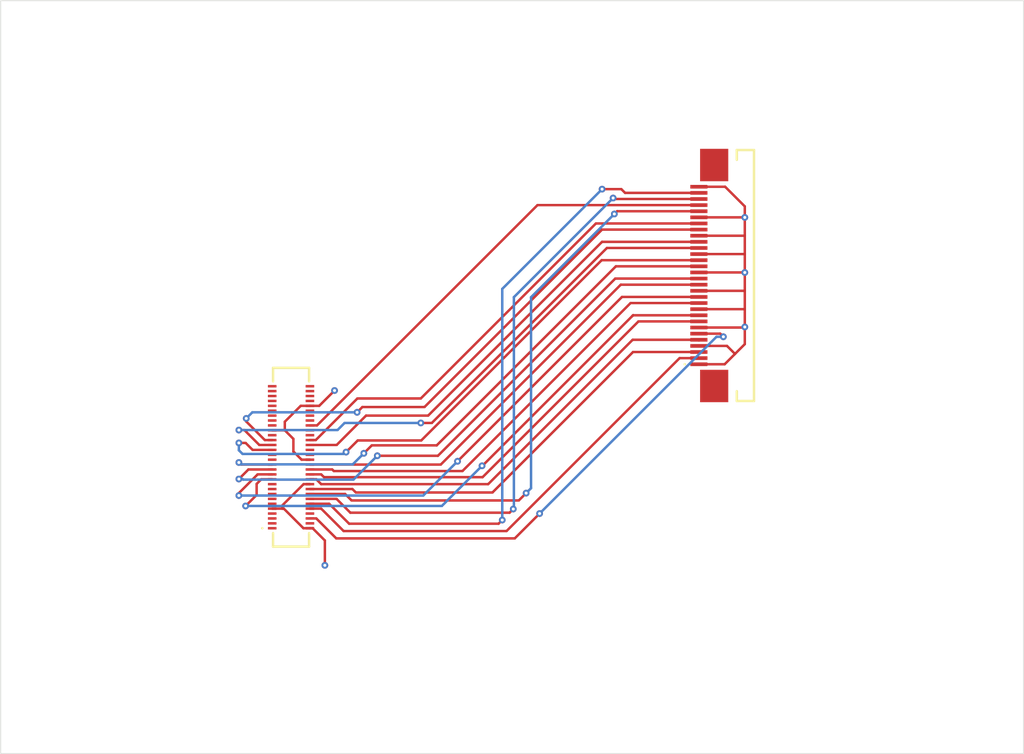
<source format=kicad_pcb>
(kicad_pcb (version 20241229) (generator "pcbnew") (generator_version "9.0")
  (layers (0 "F.Cu" signal) (4 "In1.Cu" signal) (6 "In2.Cu" signal) (2 "B.Cu" signal) (13 "F.Paste" user) (15 "B.Paste" user) (5 "F.SilkS" user "F.Silkscreen") (7 "B.SilkS" user "B.Silkscreen") (1 "F.Mask" user) (3 "B.Mask" user) (25 "Edge.Cuts" user))
  (net 0 "")
  (net 1 "/~{Hed_Read_enable}")
  (net 2 "GND")
  (net 3 "/hed_DSP_Q9")
  (net 4 "/Hed_DSP_Q3")
  (net 11 "/Hed_DSP_Q7")
  (net 12 "/Hed_DSP_Q2")
  (net 15 "/hed_~{Half_full_flag}_Output")
  (net 18 "/Hed_DSP_Q11")
  (net 23 "/hed_~{Reset}")
  (net 27 "/Hed_OUTPUT_ENABLE")
  (net 31 "/Hed_Read_CLK")
  (net 32 "/hed_DSP_Q10")
  (net 33 "/hed_DSP_Q6")
  (net 37 "/hed_DSP_Q12")
  (net 38 "/Hed_DSP_Q4")
  (net 39 "/~{Hed_Empty_flag}_Output")
  (net 42 "/Hed_DSP_Q5")
  (net 43 "/Hed_DSP_Q8")
  (net 46 "/hed_~{Write_enable}")
  (net 47 "/Hed_DSP_Q0")
  (net 51 "/Hed_DSP_Q1")
  (footprint "DF40C2060DS04V51:DF40C2060DS04V51" (layer "F.Cu") (at 120.11 114.17 -90)
    (property "Reference" "J2" (hide yes))
    (property "Value" "DF40C_2.0_-60DS-0.4V_51_" (hide yes))
    (fp_line (start 5.8 2.4) (end 5.8 2.4) (stroke (width 0.1)) (layer "F.SilkS"))
    (fp_line (start 5.8 2.3) (end 5.8 2.3) (stroke (width 0.1)) (layer "F.SilkS"))
    (fp_line (start -7.3 1.47) (end -6.2 1.47) (stroke (width 0.2)) (layer "F.SilkS"))
    (fp_line (start 7.3 1.47) (end 6.2 1.47) (stroke (width 0.2)) (layer "F.SilkS"))
    (fp_line (start -7.3 -1.47) (end -7.3 1.47) (stroke (width 0.2)) (layer "F.SilkS"))
    (fp_line (start -6.2 -1.47) (end -7.3 -1.47) (stroke (width 0.2)) (layer "F.SilkS"))
    (fp_line (start 6.2 -1.47) (end 7.3 -1.47) (stroke (width 0.2)) (layer "F.SilkS"))
    (fp_line (start 7.3 -1.47) (end 7.3 1.47) (stroke (width 0.2)) (layer "F.SilkS"))
    (fp_arc (start 5.8 2.4) (mid 5.75 2.35) (end 5.8 2.3) (stroke (width 0.1)) (layer "F.SilkS"))
    (fp_arc (start 5.8 2.3) (mid 5.85 2.35) (end 5.8 2.4) (stroke (width 0.1)) (layer "F.SilkS"))
    (pad "1" smd rect (at 5.8 1.54 270) (size 0.2 0.7) (layers "F.Cu" "F.Mask" "F.Paste"))
    (pad "2" smd rect (at 5.8 -1.54 270) (size 0.2 0.7) (layers "F.Cu" "F.Mask" "F.Paste") (net 2 "GND"))
    (pad "3" smd rect (at 5.4 1.54 270) (size 0.2 0.7) (layers "F.Cu" "F.Mask" "F.Paste"))
    (pad "4" smd rect (at 5.4 -1.54 270) (size 0.2 0.7) (layers "F.Cu" "F.Mask" "F.Paste"))
    (pad "5" smd rect (at 5 1.54 270) (size 0.2 0.7) (layers "F.Cu" "F.Mask" "F.Paste"))
    (pad "6" smd rect (at 5 -1.54 270) (size 0.2 0.7) (layers "F.Cu" "F.Mask" "F.Paste") (net 23 "/hed_~{Reset}"))
    (pad "7" smd rect (at 4.6 1.54 270) (size 0.2 0.7) (layers "F.Cu" "F.Mask" "F.Paste"))
    (pad "8" smd rect (at 4.6 -1.54 270) (size 0.2 0.7) (layers "F.Cu" "F.Mask" "F.Paste"))
    (pad "9" smd rect (at 4.2 1.54 270) (size 0.2 0.7) (layers "F.Cu" "F.Mask" "F.Paste") (net 2 "GND"))
    (pad "10" smd rect (at 4.2 -1.54 270) (size 0.2 0.7) (layers "F.Cu" "F.Mask" "F.Paste") (net 15 "/hed_~{Half_full_flag}_Output"))
    (pad "11" smd rect (at 3.8 1.54 270) (size 0.2 0.7) (layers "F.Cu" "F.Mask" "F.Paste"))
    (pad "12" smd rect (at 3.8 -1.54 270) (size 0.2 0.7) (layers "F.Cu" "F.Mask" "F.Paste") (net 27 "/Hed_OUTPUT_ENABLE"))
    (pad "13" smd rect (at 3.4 1.54 270) (size 0.2 0.7) (layers "F.Cu" "F.Mask" "F.Paste"))
    (pad "14" smd rect (at 3.4 -1.54 270) (size 0.2 0.7) (layers "F.Cu" "F.Mask" "F.Paste") (net 46 "/hed_~{Write_enable}"))
    (pad "15" smd rect (at 3 1.54 270) (size 0.2 0.7) (layers "F.Cu" "F.Mask" "F.Paste"))
    (pad "16" smd rect (at 3 -1.54 270) (size 0.2 0.7) (layers "F.Cu" "F.Mask" "F.Paste") (net 1 "/~{Hed_Read_enable}"))
    (pad "17" smd rect (at 2.6 1.54 270) (size 0.2 0.7) (layers "F.Cu" "F.Mask" "F.Paste"))
    (pad "18" smd rect (at 2.6 -1.54 270) (size 0.2 0.7) (layers "F.Cu" "F.Mask" "F.Paste") (net 39 "/~{Hed_Empty_flag}_Output"))
    (pad "19" smd rect (at 2.2 1.54 270) (size 0.2 0.7) (layers "F.Cu" "F.Mask" "F.Paste"))
    (pad "20" smd rect (at 2.2 -1.54 270) (size 0.2 0.7) (layers "F.Cu" "F.Mask" "F.Paste") (net 2 "GND"))
    (pad "21" smd rect (at 1.8 1.54 270) (size 0.2 0.7) (layers "F.Cu" "F.Mask" "F.Paste") (net 51 "/Hed_DSP_Q1"))
    (pad "22" smd rect (at 1.8 -1.54 270) (size 0.2 0.7) (layers "F.Cu" "F.Mask" "F.Paste") (net 47 "/Hed_DSP_Q0"))
    (pad "23" smd rect (at 1.4 1.54 270) (size 0.2 0.7) (layers "F.Cu" "F.Mask" "F.Paste") (net 4 "/Hed_DSP_Q3"))
    (pad "24" smd rect (at 1.4 -1.54 270) (size 0.2 0.7) (layers "F.Cu" "F.Mask" "F.Paste") (net 12 "/Hed_DSP_Q2"))
    (pad "25" smd rect (at 1 1.54 270) (size 0.2 0.7) (layers "F.Cu" "F.Mask" "F.Paste") (net 42 "/Hed_DSP_Q5"))
    (pad "26" smd rect (at 1 -1.54 270) (size 0.2 0.7) (layers "F.Cu" "F.Mask" "F.Paste") (net 38 "/Hed_DSP_Q4"))
    (pad "27" smd rect (at 0.6 1.54 270) (size 0.2 0.7) (layers "F.Cu" "F.Mask" "F.Paste") (net 11 "/Hed_DSP_Q7"))
    (pad "28" smd rect (at 0.6 -1.54 270) (size 0.2 0.7) (layers "F.Cu" "F.Mask" "F.Paste") (net 33 "/hed_DSP_Q6"))
    (pad "29" smd rect (at 0.2 1.54 270) (size 0.2 0.7) (layers "F.Cu" "F.Mask" "F.Paste"))
    (pad "30" smd rect (at 0.2 -1.54 270) (size 0.2 0.7) (layers "F.Cu" "F.Mask" "F.Paste") (net 2 "GND"))
    (pad "31" smd rect (at -0.2 1.54 270) (size 0.2 0.7) (layers "F.Cu" "F.Mask" "F.Paste"))
    (pad "32" smd rect (at -0.2 -1.54 270) (size 0.2 0.7) (layers "F.Cu" "F.Mask" "F.Paste"))
    (pad "33" smd rect (at -0.6 1.54 270) (size 0.2 0.7) (layers "F.Cu" "F.Mask" "F.Paste") (net 43 "/Hed_DSP_Q8"))
    (pad "34" smd rect (at -0.6 -1.54 270) (size 0.2 0.7) (layers "F.Cu" "F.Mask" "F.Paste"))
    (pad "35" smd rect (at -1 1.54 270) (size 0.2 0.7) (layers "F.Cu" "F.Mask" "F.Paste") (net 32 "/hed_DSP_Q10"))
    (pad "36" smd rect (at -1 -1.54 270) (size 0.2 0.7) (layers "F.Cu" "F.Mask" "F.Paste") (net 3 "/hed_DSP_Q9"))
    (pad "37" smd rect (at -1.4 1.54 270) (size 0.2 0.7) (layers "F.Cu" "F.Mask" "F.Paste") (net 37 "/hed_DSP_Q12"))
    (pad "38" smd rect (at -1.4 -1.54 270) (size 0.2 0.7) (layers "F.Cu" "F.Mask" "F.Paste") (net 18 "/Hed_DSP_Q11"))
    (pad "39" smd rect (at -1.8 1.54 270) (size 0.2 0.7) (layers "F.Cu" "F.Mask" "F.Paste"))
    (pad "40" smd rect (at -1.8 -1.54 270) (size 0.2 0.7) (layers "F.Cu" "F.Mask" "F.Paste"))
    (pad "41" smd rect (at -2.2 1.54 270) (size 0.2 0.7) (layers "F.Cu" "F.Mask" "F.Paste") (net 2 "GND"))
    (pad "42" smd rect (at -2.2 -1.54 270) (size 0.2 0.7) (layers "F.Cu" "F.Mask" "F.Paste"))
    (pad "43" smd rect (at -2.6 1.54 270) (size 0.2 0.7) (layers "F.Cu" "F.Mask" "F.Paste"))
    (pad "44" smd rect (at -2.6 -1.54 270) (size 0.2 0.7) (layers "F.Cu" "F.Mask" "F.Paste") (net 31 "/Hed_Read_CLK"))
    (pad "45" smd rect (at -3 1.54 270) (size 0.2 0.7) (layers "F.Cu" "F.Mask" "F.Paste"))
    (pad "46" smd rect (at -3 -1.54 270) (size 0.2 0.7) (layers "F.Cu" "F.Mask" "F.Paste"))
    (pad "47" smd rect (at -3.4 1.54 270) (size 0.2 0.7) (layers "F.Cu" "F.Mask" "F.Paste"))
    (pad "48" smd rect (at -3.4 -1.54 270) (size 0.2 0.7) (layers "F.Cu" "F.Mask" "F.Paste"))
    (pad "49" smd rect (at -3.8 1.54 270) (size 0.2 0.7) (layers "F.Cu" "F.Mask" "F.Paste"))
    (pad "50" smd rect (at -3.8 -1.54 270) (size 0.2 0.7) (layers "F.Cu" "F.Mask" "F.Paste"))
    (pad "51" smd rect (at -4.2 1.54 270) (size 0.2 0.7) (layers "F.Cu" "F.Mask" "F.Paste"))
    (pad "52" smd rect (at -4.2 -1.54 270) (size 0.2 0.7) (layers "F.Cu" "F.Mask" "F.Paste") (net 2 "GND"))
    (pad "53" smd rect (at -4.6 1.54 270) (size 0.2 0.7) (layers "F.Cu" "F.Mask" "F.Paste"))
    (pad "54" smd rect (at -4.6 -1.54 270) (size 0.2 0.7) (layers "F.Cu" "F.Mask" "F.Paste"))
    (pad "55" smd rect (at -5 1.54 270) (size 0.2 0.7) (layers "F.Cu" "F.Mask" "F.Paste"))
    (pad "56" smd rect (at -5 -1.54 270) (size 0.2 0.7) (layers "F.Cu" "F.Mask" "F.Paste"))
    (pad "57" smd rect (at -5.4 1.54 270) (size 0.2 0.7) (layers "F.Cu" "F.Mask" "F.Paste"))
    (pad "58" smd rect (at -5.4 -1.54 270) (size 0.2 0.7) (layers "F.Cu" "F.Mask" "F.Paste"))
    (pad "59" smd rect (at -5.8 1.54 270) (size 0.2 0.7) (layers "F.Cu" "F.Mask" "F.Paste"))
    (pad "60" smd rect (at -5.8 -1.54 270) (size 0.2 0.7) (layers "F.Cu" "F.Mask" "F.Paste"))
  )
  (footprint "SFV30R1STE1HLF:SFV30R1STE1HLF" (layer "F.Cu") (at 155.3 99.325 90)
    (property "Reference" "J1" (hide yes))
    (property "Value" "SFV30R-1STE1HLF" (hide yes))
    (fp_line (start -7.25 -3.1) (end -7.25 -3.1) (stroke (width 0.1)) (layer "F.SilkS"))
    (fp_line (start -7.25 -3) (end -7.25 -3) (stroke (width 0.1)) (layer "F.SilkS"))
    (fp_line (start 10.25 1.2) (end 9.45 1.2) (stroke (width 0.2)) (layer "F.SilkS"))
    (fp_line (start -9.45 1.2) (end -10.25 1.2) (stroke (width 0.2)) (layer "F.SilkS"))
    (fp_line (start -10.25 1.2) (end -10.25 2.6) (stroke (width 0.2)) (layer "F.SilkS"))
    (fp_line (start 10.25 2.6) (end 10.25 1.2) (stroke (width 0.2)) (layer "F.SilkS"))
    (fp_line (start -10.25 2.6) (end 10.25 2.6) (stroke (width 0.2)) (layer "F.SilkS"))
    (fp_arc (start -7.25 -3.1) (mid -7.2 -3.05) (end -7.25 -3) (stroke (width 0.1)) (layer "F.SilkS"))
    (fp_arc (start -7.25 -3) (mid -7.3 -3.05) (end -7.25 -3.1) (stroke (width 0.1)) (layer "F.SilkS"))
    (pad "1" smd rect (at -7.25 -1.9 90) (size 0.3 1.4) (layers "F.Cu" "F.Mask" "F.Paste") (net 2 "GND"))
    (pad "2" smd rect (at -6.75 -1.9 90) (size 0.3 1.4) (layers "F.Cu" "F.Mask" "F.Paste") (net 15 "/hed_~{Half_full_flag}_Output"))
    (pad "3" smd rect (at -6.25 -1.9 90) (size 0.3 1.4) (layers "F.Cu" "F.Mask" "F.Paste") (net 39 "/~{Hed_Empty_flag}_Output"))
    (pad "4" smd rect (at -5.75 -1.9 90) (size 0.3 1.4) (layers "F.Cu" "F.Mask" "F.Paste") (net 2 "GND"))
    (pad "5" smd rect (at -5.25 -1.9 90) (size 0.3 1.4) (layers "F.Cu" "F.Mask" "F.Paste") (net 47 "/Hed_DSP_Q0"))
    (pad "6" smd rect (at -4.75 -1.9 90) (size 0.3 1.4) (layers "F.Cu" "F.Mask" "F.Paste") (net 23 "/hed_~{Reset}"))
    (pad "7" smd rect (at -4.25 -1.9 90) (size 0.3 1.4) (layers "F.Cu" "F.Mask" "F.Paste") (net 2 "GND"))
    (pad "8" smd rect (at -3.75 -1.9 90) (size 0.3 1.4) (layers "F.Cu" "F.Mask" "F.Paste") (net 12 "/Hed_DSP_Q2"))
    (pad "9" smd rect (at -3.25 -1.9 90) (size 0.3 1.4) (layers "F.Cu" "F.Mask" "F.Paste") (net 51 "/Hed_DSP_Q1"))
    (pad "10" smd rect (at -2.75 -1.9 90) (size 0.3 1.4) (layers "F.Cu" "F.Mask" "F.Paste") (net 2 "GND"))
    (pad "11" smd rect (at -2.25 -1.9 90) (size 0.3 1.4) (layers "F.Cu" "F.Mask" "F.Paste") (net 38 "/Hed_DSP_Q4"))
    (pad "12" smd rect (at -1.75 -1.9 90) (size 0.3 1.4) (layers "F.Cu" "F.Mask" "F.Paste") (net 4 "/Hed_DSP_Q3"))
    (pad "13" smd rect (at -1.25 -1.9 90) (size 0.3 1.4) (layers "F.Cu" "F.Mask" "F.Paste") (net 2 "GND"))
    (pad "14" smd rect (at -0.75 -1.9 90) (size 0.3 1.4) (layers "F.Cu" "F.Mask" "F.Paste") (net 33 "/hed_DSP_Q6"))
    (pad "15" smd rect (at -0.25 -1.9 90) (size 0.3 1.4) (layers "F.Cu" "F.Mask" "F.Paste") (net 42 "/Hed_DSP_Q5"))
    (pad "16" smd rect (at 0.25 -1.9 90) (size 0.3 1.4) (layers "F.Cu" "F.Mask" "F.Paste") (net 2 "GND"))
    (pad "17" smd rect (at 0.75 -1.9 90) (size 0.3 1.4) (layers "F.Cu" "F.Mask" "F.Paste") (net 11 "/Hed_DSP_Q7"))
    (pad "18" smd rect (at 1.25 -1.9 90) (size 0.3 1.4) (layers "F.Cu" "F.Mask" "F.Paste") (net 43 "/Hed_DSP_Q8"))
    (pad "19" smd rect (at 1.75 -1.9 90) (size 0.3 1.4) (layers "F.Cu" "F.Mask" "F.Paste") (net 2 "GND"))
    (pad "20" smd rect (at 2.25 -1.9 90) (size 0.3 1.4) (layers "F.Cu" "F.Mask" "F.Paste") (net 32 "/hed_DSP_Q10"))
    (pad "21" smd rect (at 2.75 -1.9 90) (size 0.3 1.4) (layers "F.Cu" "F.Mask" "F.Paste") (net 3 "/hed_DSP_Q9"))
    (pad "22" smd rect (at 3.25 -1.9 90) (size 0.3 1.4) (layers "F.Cu" "F.Mask" "F.Paste") (net 2 "GND"))
    (pad "23" smd rect (at 3.75 -1.9 90) (size 0.3 1.4) (layers "F.Cu" "F.Mask" "F.Paste") (net 37 "/hed_DSP_Q12"))
    (pad "24" smd rect (at 4.25 -1.9 90) (size 0.3 1.4) (layers "F.Cu" "F.Mask" "F.Paste") (net 18 "/Hed_DSP_Q11"))
    (pad "25" smd rect (at 4.75 -1.9 90) (size 0.3 1.4) (layers "F.Cu" "F.Mask" "F.Paste") (net 2 "GND"))
    (pad "26" smd rect (at 5.25 -1.9 90) (size 0.3 1.4) (layers "F.Cu" "F.Mask" "F.Paste") (net 1 "/~{Hed_Read_enable}"))
    (pad "27" smd rect (at 5.75 -1.9 90) (size 0.3 1.4) (layers "F.Cu" "F.Mask" "F.Paste") (net 31 "/Hed_Read_CLK"))
    (pad "28" smd rect (at 6.25 -1.9 90) (size 0.3 1.4) (layers "F.Cu" "F.Mask" "F.Paste") (net 46 "/hed_~{Write_enable}"))
    (pad "29" smd rect (at 6.75 -1.9 90) (size 0.3 1.4) (layers "F.Cu" "F.Mask" "F.Paste") (net 27 "/Hed_OUTPUT_ENABLE"))
    (pad "30" smd rect (at 7.25 -1.9 90) (size 0.3 1.4) (layers "F.Cu" "F.Mask" "F.Paste") (net 2 "GND"))
    (pad "31" smd rect (at -9.025 -0.65 180) (size 2.3 2.65) (layers "F.Cu" "F.Mask" "F.Paste"))
    (pad "32" smd rect (at 9.025 -0.65 180) (size 2.3 2.65) (layers "F.Cu" "F.Mask" "F.Paste"))
  )
  (gr_rect (start 96.41 76.88) (end 179.9 138.37) (stroke (width 0.05)) (fill no) (layer "Edge.Cuts"))
  (segment (start 146.725 94.075) (end 146.5 94.3) (width 0.2) (layer "F.Cu") (net 1))
  (segment (start 138.7 117.7) (end 125.05 117.7) (width 0.2) (layer "F.Cu") (net 1))
  (segment (start 139.3 117.1) (end 138.7 117.7) (width 0.2) (layer "F.Cu") (net 1))
  (segment (start 125.05 117.7) (end 124.52 117.17) (width 0.2) (layer "F.Cu") (net 1))
  (segment (start 153.4 94.075) (end 146.725 94.075) (width 0.2) (layer "F.Cu") (net 1))
  (segment (start 124.52 117.17) (end 121.65 117.17) (width 0.2) (layer "F.Cu") (net 1))
  (via (at 146.5 94.3) (size 0.55) (drill 0.25) (layers "F.Cu" "B.Cu") (net 1))
  (via (at 139.3 117.1) (size 0.55) (drill 0.25) (layers "F.Cu" "B.Cu") (net 1))
  (segment (start 139.7 101.1) (end 146.5 94.3) (width 0.2) (layer "B.Cu") (net 1))
  (segment (start 139.3 117.1) (end 139.7 116.7) (width 0.2) (layer "B.Cu") (net 1))
  (segment (start 139.7 116.7) (end 139.7 101.1) (width 0.2) (layer "B.Cu") (net 1))
  (segment (start 121.65 114.37) (end 120.97 114.37) (width 0.2) (layer "F.Cu") (net 2))
  (segment (start 157.15 104.93) (end 157.15 103.58) (width 0.2) (layer "F.Cu") (net 2))
  (segment (start 157.15 93.68) (end 155.545 92.075) (width 0.2) (layer "F.Cu") (net 2))
  (segment (start 122.41 109.97) (end 121.65 109.97) (width 0.2) (layer "F.Cu") (net 2))
  (segment (start 157.145 94.575) (end 157.15 94.58) (width 0.2) (layer "F.Cu") (net 2))
  (segment (start 120.3 113.7) (end 120.3 112.67) (width 0.2) (layer "F.Cu") (net 2))
  (segment (start 153.4 96.075) (end 157.145 96.075) (width 0.2) (layer "F.Cu") (net 2))
  (segment (start 119.6 111.97) (end 118.57 111.97) (width 0.2) (layer "F.Cu") (net 2))
  (segment (start 121.87 119.97) (end 121.65 119.97) (width 0.2) (layer "F.Cu") (net 2))
  (segment (start 157.15 94.58) (end 157.15 93.68) (width 0.2) (layer "F.Cu") (net 2))
  (segment (start 120.97 114.37) (end 120.3 113.7) (width 0.2) (layer "F.Cu") (net 2))
  (segment (start 120.3 112.67) (end 119.6 111.97) (width 0.2) (layer "F.Cu") (net 2))
  (segment (start 153.4 106.575) (end 155.505 106.575) (width 0.2) (layer "F.Cu") (net 2))
  (segment (start 157.15 99.08) (end 157.15 97.58) (width 0.2) (layer "F.Cu") (net 2))
  (segment (start 153.4 97.575) (end 157.145 97.575) (width 0.2) (layer "F.Cu") (net 2))
  (segment (start 157.145 100.575) (end 157.15 100.58) (width 0.2) (layer "F.Cu") (net 2))
  (segment (start 155.545 92.075) (end 153.4 92.075) (width 0.2) (layer "F.Cu") (net 2))
  (segment (start 119.52 118.37) (end 121.12 119.97) (width 0.2) (layer "F.Cu") (net 2))
  (segment (start 157.15 100.58) (end 157.15 99.08) (width 0.2) (layer "F.Cu") (net 2))
  (segment (start 156.35 105.73) (end 157.15 104.93) (width 0.2) (layer "F.Cu") (net 2))
  (segment (start 157.145 102.075) (end 157.15 102.08) (width 0.2) (layer "F.Cu") (net 2))
  (segment (start 155.505 106.575) (end 156.35 105.73) (width 0.2) (layer "F.Cu") (net 2))
  (segment (start 121.65 109.97) (end 120.9 109.97) (width 0.2) (layer "F.Cu") (net 2))
  (segment (start 155.695 105.075) (end 156.35 105.73) (width 0.2) (layer "F.Cu") (net 2))
  (segment (start 157.15 96.08) (end 157.15 94.58) (width 0.2) (layer "F.Cu") (net 2))
  (segment (start 119.398 118.102) (end 119.398 118.37) (width 0.2) (layer "F.Cu") (net 2))
  (segment (start 157.15 103.58) (end 157.15 103.53) (width 0.2) (layer "F.Cu") (net 2))
  (segment (start 153.4 102.075) (end 157.145 102.075) (width 0.2) (layer "F.Cu") (net 2))
  (segment (start 157.145 103.575) (end 157.15 103.58) (width 0.2) (layer "F.Cu") (net 2))
  (segment (start 118.57 118.37) (end 119.398 118.37) (width 0.2) (layer "F.Cu") (net 2))
  (segment (start 119.398 118.37) (end 119.52 118.37) (width 0.2) (layer "F.Cu") (net 2))
  (segment (start 153.4 94.575) (end 157.145 94.575) (width 0.2) (layer "F.Cu") (net 2))
  (segment (start 122.87 123) (end 122.87 120.97) (width 0.2) (layer "F.Cu") (net 2))
  (segment (start 157.145 99.075) (end 157.15 99.08) (width 0.2) (layer "F.Cu") (net 2))
  (segment (start 157.15 97.58) (end 157.15 96.08) (width 0.2) (layer "F.Cu") (net 2))
  (segment (start 121.12 119.97) (end 121.65 119.97) (width 0.2) (layer "F.Cu") (net 2))
  (segment (start 153.4 103.575) (end 157.145 103.575) (width 0.2) (layer "F.Cu") (net 2))
  (segment (start 157.145 97.575) (end 157.15 97.58) (width 0.2) (layer "F.Cu") (net 2))
  (segment (start 153.4 99.075) (end 157.145 99.075) (width 0.2) (layer "F.Cu") (net 2))
  (segment (start 121.65 116.37) (end 121.13 116.37) (width 0.2) (layer "F.Cu") (net 2))
  (segment (start 157.145 96.075) (end 157.15 96.08) (width 0.2) (layer "F.Cu") (net 2))
  (segment (start 123.66 108.72) (end 122.41 109.97) (width 0.2) (layer "F.Cu") (net 2))
  (segment (start 121.13 116.37) (end 119.398 118.102) (width 0.2) (layer "F.Cu") (net 2))
  (segment (start 120.9 109.97) (end 119.6 111.27) (width 0.2) (layer "F.Cu") (net 2))
  (segment (start 153.4 105.075) (end 155.695 105.075) (width 0.2) (layer "F.Cu") (net 2))
  (segment (start 157.15 103.53) (end 157.15 102.08) (width 0.2) (layer "F.Cu") (net 2))
  (segment (start 122.87 120.97) (end 121.87 119.97) (width 0.2) (layer "F.Cu") (net 2))
  (segment (start 153.4 100.575) (end 157.145 100.575) (width 0.2) (layer "F.Cu") (net 2))
  (segment (start 157.15 102.08) (end 157.15 100.58) (width 0.2) (layer "F.Cu") (net 2))
  (segment (start 119.6 111.27) (end 119.6 111.97) (width 0.2) (layer "F.Cu") (net 2))
  (via (at 157.15 94.58) (size 0.55) (drill 0.25) (layers "F.Cu" "B.Cu") (net 2))
  (via (at 123.66 108.72) (size 0.55) (drill 0.25) (layers "F.Cu" "B.Cu") (net 2))
  (via (at 157.15 103.53) (size 0.55) (drill 0.25) (layers "F.Cu" "B.Cu") (net 2))
  (via (at 157.15 99.08) (size 0.55) (drill 0.25) (layers "F.Cu" "B.Cu") (net 2))
  (via (at 122.87 123) (size 0.55) (drill 0.25) (layers "F.Cu" "B.Cu") (net 2))
  (segment (start 145.495 96.575) (end 131.3 110.77) (width 0.2) (layer "F.Cu") (net 3))
  (segment (start 153.4 96.575) (end 145.495 96.575) (width 0.2) (layer "F.Cu") (net 3))
  (segment (start 131.3 110.77) (end 126.23 110.77) (width 0.2) (layer "F.Cu") (net 3))
  (segment (start 123.83 113.17) (end 121.65 113.17) (width 0.2) (layer "F.Cu") (net 3))
  (segment (start 126.23 110.77) (end 123.83 113.17) (width 0.2) (layer "F.Cu") (net 3))
  (segment (start 147.125 101.075) (end 133.7 114.5) (width 0.2) (layer "F.Cu") (net 4))
  (segment (start 117.38 115.57) (end 118.57 115.57) (width 0.2) (layer "F.Cu") (net 4))
  (segment (start 153.4 101.075) (end 147.125 101.075) (width 0.2) (layer "F.Cu") (net 4))
  (segment (start 115.85 117.1) (end 117.38 115.57) (width 0.2) (layer "F.Cu") (net 4))
  (segment (start 115.85 117.3) (end 115.85 117.1) (width 0.2) (layer "F.Cu") (net 4))
  (via (at 133.7 114.5) (size 0.55) (drill 0.25) (layers "F.Cu" "B.Cu") (net 4))
  (via (at 115.85 117.3) (size 0.55) (drill 0.25) (layers "F.Cu" "B.Cu") (net 4))
  (segment (start 115.85 117.3) (end 130.9 117.3) (width 0.2) (layer "B.Cu") (net 4))
  (segment (start 130.9 117.3) (end 133.7 114.5) (width 0.2) (layer "B.Cu") (net 4))
  (segment (start 116.02 114.77) (end 118.57 114.77) (width 0.2) (layer "F.Cu") (net 11))
  (segment (start 132 113.2) (end 126.7 113.2) (width 0.2) (layer "F.Cu") (net 11))
  (segment (start 146.625 98.575) (end 132 113.2) (width 0.2) (layer "F.Cu") (net 11))
  (segment (start 115.85 114.6) (end 116.02 114.77) (width 0.2) (layer "F.Cu") (net 11))
  (segment (start 153.4 98.575) (end 146.625 98.575) (width 0.2) (layer "F.Cu") (net 11))
  (segment (start 126.7 113.2) (end 126.05 113.85) (width 0.2) (layer "F.Cu") (net 11))
  (via (at 126.05 113.85) (size 0.55) (drill 0.25) (layers "F.Cu" "B.Cu") (net 11))
  (via (at 115.85 114.6) (size 0.55) (drill 0.25) (layers "F.Cu" "B.Cu") (net 11))
  (segment (start 125.15 114.75) (end 126.05 113.85) (width 0.2) (layer "B.Cu") (net 11))
  (segment (start 115.85 114.6) (end 116 114.75) (width 0.2) (layer "B.Cu") (net 11))
  (segment (start 116 114.75) (end 125.15 114.75) (width 0.2) (layer "B.Cu") (net 11))
  (segment (start 122.57 115.57) (end 121.65 115.57) (width 0.2) (layer "F.Cu") (net 12))
  (segment (start 122.8 115.8) (end 122.57 115.57) (width 0.2) (layer "F.Cu") (net 12))
  (segment (start 148.468 103.075) (end 135.743 115.8) (width 0.2) (layer "F.Cu") (net 12))
  (segment (start 153.4 103.075) (end 148.468 103.075) (width 0.2) (layer "F.Cu") (net 12))
  (segment (start 135.743 115.8) (end 122.8 115.8) (width 0.2) (layer "F.Cu") (net 12))
  (segment (start 122.57 118.37) (end 124.4 120.2) (width 0.2) (layer "F.Cu") (net 15))
  (segment (start 151.825 106.075) (end 153.4 106.075) (width 0.2) (layer "F.Cu") (net 15))
  (segment (start 121.65 118.37) (end 122.57 118.37) (width 0.2) (layer "F.Cu") (net 15))
  (segment (start 124.4 120.2) (end 137.7 120.2) (width 0.2) (layer "F.Cu") (net 15))
  (segment (start 137.7 120.2) (end 151.825 106.075) (width 0.2) (layer "F.Cu") (net 15))
  (segment (start 125.524244 109.37) (end 122.124244 112.77) (width 0.2) (layer "F.Cu") (net 18))
  (segment (start 144.995 95.075) (end 130.7 109.37) (width 0.2) (layer "F.Cu") (net 18))
  (segment (start 122.124244 112.77) (end 121.65 112.77) (width 0.2) (layer "F.Cu") (net 18))
  (segment (start 153.4 95.075) (end 144.995 95.075) (width 0.2) (layer "F.Cu") (net 18))
  (segment (start 130.7 109.37) (end 125.524244 109.37) (width 0.2) (layer "F.Cu") (net 18))
  (segment (start 122.17 119.17) (end 123.8 120.8) (width 0.2) (layer "F.Cu") (net 23))
  (segment (start 123.8 120.8) (end 138.37 120.8) (width 0.2) (layer "F.Cu") (net 23))
  (segment (start 121.65 119.17) (end 122.17 119.17) (width 0.2) (layer "F.Cu") (net 23))
  (segment (start 138.37 120.8) (end 140.4 118.77) (width 0.2) (layer "F.Cu") (net 23))
  (segment (start 155.145 104.075) (end 155.4 104.33) (width 0.2) (layer "F.Cu") (net 23))
  (segment (start 153.4 104.075) (end 155.145 104.075) (width 0.2) (layer "F.Cu") (net 23))
  (via (at 140.4 118.77) (size 0.55) (drill 0.25) (layers "F.Cu" "B.Cu") (net 23))
  (via (at 155.4 104.33) (size 0.55) (drill 0.25) (layers "F.Cu" "B.Cu") (net 23))
  (segment (start 155.4 104.33) (end 154.84 104.33) (width 0.2) (layer "B.Cu") (net 23))
  (segment (start 154.84 104.33) (end 140.4 118.77) (width 0.2) (layer "B.Cu") (net 23))
  (segment (start 147.07 92.27) (end 145.5 92.27) (width 0.2) (layer "F.Cu") (net 27))
  (segment (start 153.4 92.575) (end 147.375 92.575) (width 0.2) (layer "F.Cu") (net 27))
  (segment (start 137.35 119.3) (end 137.05 119.6) (width 0.2) (layer "F.Cu") (net 27))
  (segment (start 147.375 92.575) (end 147.07 92.27) (width 0.2) (layer "F.Cu") (net 27))
  (segment (start 124.85 119.6) (end 123.22 117.97) (width 0.2) (layer "F.Cu") (net 27))
  (segment (start 137.05 119.6) (end 124.85 119.6) (width 0.2) (layer "F.Cu") (net 27))
  (segment (start 123.22 117.97) (end 121.65 117.97) (width 0.2) (layer "F.Cu") (net 27))
  (via (at 145.5 92.27) (size 0.55) (drill 0.25) (layers "F.Cu" "B.Cu") (net 27))
  (via (at 137.35 119.3) (size 0.55) (drill 0.25) (layers "F.Cu" "B.Cu") (net 27))
  (segment (start 137.35 100.42) (end 145.5 92.27) (width 0.2) (layer "B.Cu") (net 27))
  (segment (start 137.35 119.3) (end 137.35 100.42) (width 0.2) (layer "B.Cu") (net 27))
  (segment (start 122.23 111.57) (end 121.65 111.57) (width 0.2) (layer "F.Cu") (net 31))
  (segment (start 140.225 93.575) (end 122.23 111.57) (width 0.2) (layer "F.Cu") (net 31))
  (segment (start 153.4 93.575) (end 140.225 93.575) (width 0.2) (layer "F.Cu") (net 31))
  (segment (start 118.57 113.17) (end 117.52 113.17) (width 0.2) (layer "F.Cu") (net 32))
  (segment (start 145.895 97.075) (end 131.6 111.37) (width 0.2) (layer "F.Cu") (net 32))
  (segment (start 153.4 97.075) (end 145.895 97.075) (width 0.2) (layer "F.Cu") (net 32))
  (segment (start 116.3 111.95) (end 115.85 111.95) (width 0.2) (layer "F.Cu") (net 32))
  (segment (start 131.6 111.37) (end 130.7 111.37) (width 0.2) (layer "F.Cu") (net 32))
  (segment (start 117.52 113.17) (end 116.3 111.95) (width 0.2) (layer "F.Cu") (net 32))
  (via (at 130.7 111.37) (size 0.55) (drill 0.25) (layers "F.Cu" "B.Cu") (net 32))
  (via (at 115.85 111.95) (size 0.55) (drill 0.25) (layers "F.Cu" "B.Cu") (net 32))
  (segment (start 124.48 111.37) (end 130.7 111.37) (width 0.2) (layer "B.Cu") (net 32))
  (segment (start 115.85 111.95) (end 123.9 111.95) (width 0.2) (layer "B.Cu") (net 32))
  (segment (start 123.9 111.95) (end 124.48 111.37) (width 0.2) (layer "B.Cu") (net 32))
  (segment (start 147.025 100.075) (end 132.33 114.77) (width 0.2) (layer "F.Cu") (net 33))
  (segment (start 132.33 114.77) (end 121.65 114.77) (width 0.2) (layer "F.Cu") (net 33))
  (segment (start 153.4 100.075) (end 147.025 100.075) (width 0.2) (layer "F.Cu") (net 33))
  (segment (start 153.4 95.575) (end 145.495 95.575) (width 0.2) (layer "F.Cu") (net 37))
  (segment (start 118.57 112.77) (end 117.97 112.77) (width 0.2) (layer "F.Cu") (net 37))
  (segment (start 117.97 112.77) (end 116.45 111.25) (width 0.2) (layer "F.Cu") (net 37))
  (segment (start 131 110.07) (end 125.93 110.07) (width 0.2) (layer "F.Cu") (net 37))
  (segment (start 125.93 110.07) (end 125.5 110.5) (width 0.2) (layer "F.Cu") (net 37))
  (segment (start 145.495 95.575) (end 131 110.07) (width 0.2) (layer "F.Cu") (net 37))
  (segment (start 116.45 111.25) (end 116.45 111) (width 0.2) (layer "F.Cu") (net 37))
  (via (at 116.45 111) (size 0.55) (drill 0.25) (layers "F.Cu" "B.Cu") (net 37))
  (via (at 125.5 110.5) (size 0.55) (drill 0.25) (layers "F.Cu" "B.Cu") (net 37))
  (segment (start 116.45 111) (end 116.95 110.5) (width 0.2) (layer "B.Cu") (net 37))
  (segment (start 116.95 110.5) (end 125.5 110.5) (width 0.2) (layer "B.Cu") (net 37))
  (segment (start 134.1 115.3) (end 123.6 115.3) (width 0.2) (layer "F.Cu") (net 38))
  (segment (start 123.6 115.3) (end 123.47 115.17) (width 0.2) (layer "F.Cu") (net 38))
  (segment (start 153.4 101.575) (end 147.825 101.575) (width 0.2) (layer "F.Cu") (net 38))
  (segment (start 147.825 101.575) (end 134.1 115.3) (width 0.2) (layer "F.Cu") (net 38))
  (segment (start 123.47 115.17) (end 121.65 115.17) (width 0.2) (layer "F.Cu") (net 38))
  (segment (start 153.005 105.575) (end 152.956 105.624) (width 0.2) (layer "F.Cu") (net 39))
  (segment (start 136.55 117.05) (end 125.4 117.05) (width 0.2) (layer "F.Cu") (net 39))
  (segment (start 125.4 117.05) (end 125.12 116.77) (width 0.2) (layer "F.Cu") (net 39))
  (segment (start 153.4 105.575) (end 153.005 105.575) (width 0.2) (layer "F.Cu") (net 39))
  (segment (start 148.025 105.575) (end 136.55 117.05) (width 0.2) (layer "F.Cu") (net 39))
  (segment (start 153.4 105.575) (end 148.025 105.575) (width 0.2) (layer "F.Cu") (net 39))
  (segment (start 125.12 116.77) (end 121.65 116.77) (width 0.2) (layer "F.Cu") (net 39))
  (segment (start 153.4 99.575) (end 146.575 99.575) (width 0.2) (layer "F.Cu") (net 42))
  (segment (start 146.575 99.575) (end 132.1 114.05) (width 0.2) (layer "F.Cu") (net 42))
  (segment (start 115.85 115.95) (end 116.63 115.17) (width 0.2) (layer "F.Cu") (net 42))
  (segment (start 116.63 115.17) (end 118.57 115.17) (width 0.2) (layer "F.Cu") (net 42))
  (segment (start 132.1 114.05) (end 127.15 114.05) (width 0.2) (layer "F.Cu") (net 42))
  (via (at 115.85 115.95) (size 0.55) (drill 0.25) (layers "F.Cu" "B.Cu") (net 42))
  (via (at 127.15 114.05) (size 0.55) (drill 0.25) (layers "F.Cu" "B.Cu") (net 42))
  (segment (start 125.2 116) (end 127.15 114.05) (width 0.2) (layer "B.Cu") (net 42))
  (segment (start 116.2 116) (end 125.2 116) (width 0.2) (layer "B.Cu") (net 42))
  (segment (start 116.15 115.95) (end 116.2 116) (width 0.2) (layer "B.Cu") (net 42))
  (segment (start 115.85 115.95) (end 116.15 115.95) (width 0.2) (layer "B.Cu") (net 42))
  (segment (start 116.97 113.57) (end 118.57 113.57) (width 0.2) (layer "F.Cu") (net 43))
  (segment (start 153.4 98.075) (end 145.4621 98.075) (width 0.2) (layer "F.Cu") (net 43))
  (segment (start 115.85 113) (end 116.4 113) (width 0.2) (layer "F.Cu") (net 43))
  (segment (start 145.4621 98.075) (end 130.7381 112.799) (width 0.2) (layer "F.Cu") (net 43))
  (segment (start 116.4 113) (end 116.97 113.57) (width 0.2) (layer "F.Cu") (net 43))
  (segment (start 125.551 112.799) (end 124.6 113.75) (width 0.2) (layer "F.Cu") (net 43))
  (segment (start 130.7381 112.799) (end 125.551 112.799) (width 0.2) (layer "F.Cu") (net 43))
  (via (at 115.85 113) (size 0.55) (drill 0.25) (layers "F.Cu" "B.Cu") (net 43))
  (via (at 124.6 113.75) (size 0.55) (drill 0.25) (layers "F.Cu" "B.Cu") (net 43))
  (segment (start 115.85 113.6) (end 116.15 113.9) (width 0.2) (layer "B.Cu") (net 43))
  (segment (start 124.45 113.9) (end 124.6 113.75) (width 0.2) (layer "B.Cu") (net 43))
  (segment (start 115.85 113) (end 115.85 113.6) (width 0.2) (layer "B.Cu") (net 43))
  (segment (start 116.15 113.9) (end 124.45 113.9) (width 0.2) (layer "B.Cu") (net 43))
  (segment (start 146.5 93.095) (end 146.4 92.995) (width 0.2) (layer "F.Cu") (net 46))
  (segment (start 137.95 118.7) (end 124.95 118.7) (width 0.2) (layer "F.Cu") (net 46))
  (segment (start 146.48 93.075) (end 146.4 92.995) (width 0.2) (layer "F.Cu") (net 46))
  (segment (start 124.95 118.7) (end 123.82 117.57) (width 0.2) (layer "F.Cu") (net 46))
  (segment (start 123.82 117.57) (end 121.65 117.57) (width 0.2) (layer "F.Cu") (net 46))
  (segment (start 138.25 118.4) (end 137.95 118.7) (width 0.2) (layer "F.Cu") (net 46))
  (segment (start 153.4 93.075) (end 146.48 93.075) (width 0.2) (layer "F.Cu") (net 46))
  (via (at 146.4 92.995) (size 0.55) (drill 0.25) (layers "F.Cu" "B.Cu") (net 46))
  (via (at 138.25 118.4) (size 0.55) (drill 0.25) (layers "F.Cu" "B.Cu") (net 46))
  (segment (start 138.3 101.095) (end 146.4 92.995) (width 0.2) (layer "B.Cu") (net 46))
  (segment (start 138.3 118.35) (end 138.3 101.095) (width 0.2) (layer "B.Cu") (net 46))
  (segment (start 138.25 118.4) (end 138.3 118.35) (width 0.2) (layer "B.Cu") (net 46))
  (segment (start 153.4 104.575) (end 153.4 104.624) (width 0.2) (layer "F.Cu") (net 47))
  (segment (start 122.17 115.97) (end 122.569 116.369) (width 0.2) (layer "F.Cu") (net 47))
  (segment (start 121.65 115.97) (end 122.17 115.97) (width 0.2) (layer "F.Cu") (net 47))
  (segment (start 136.201 116.369) (end 147.995 104.575) (width 0.2) (layer "F.Cu") (net 47))
  (segment (start 147.995 104.575) (end 153.4 104.575) (width 0.2) (layer "F.Cu") (net 47))
  (segment (start 122.569 116.369) (end 136.201 116.369) (width 0.2) (layer "F.Cu") (net 47))
  (segment (start 118.57 115.97) (end 117.68 115.97) (width 0.2) (layer "F.Cu") (net 51))
  (segment (start 153.475 102.575) (end 153.4 102.575) (width 0.2) (layer "F.Cu") (net 51))
  (segment (start 135.73 114.87) (end 147.95 102.65) (width 0.2) (layer "F.Cu") (net 51))
  (segment (start 116.4 118.15) (end 117.3 117.25) (width 0.2) (layer "F.Cu") (net 51))
  (segment (start 135.7 114.87) (end 135.73 114.87) (width 0.2) (layer "F.Cu") (net 51))
  (segment (start 117.3 117.25) (end 117.3 116.35) (width 0.2) (layer "F.Cu") (net 51))
  (segment (start 117.3 116.35) (end 117.679 115.971) (width 0.2) (layer "F.Cu") (net 51))
  (segment (start 153.4 102.575) (end 148.025 102.575) (width 0.2) (layer "F.Cu") (net 51))
  (segment (start 148.025 102.575) (end 147.95 102.65) (width 0.2) (layer "F.Cu") (net 51))
  (segment (start 147.95 102.65) (end 148.03 102.57) (width 0.2) (layer "F.Cu") (net 51))
  (segment (start 153.5 102.55) (end 153.475 102.575) (width 0.2) (layer "F.Cu") (net 51))
  (via (at 135.7 114.87) (size 0.55) (drill 0.25) (layers "F.Cu" "B.Cu") (net 51))
  (via (at 116.4 118.15) (size 0.55) (drill 0.25) (layers "F.Cu" "B.Cu") (net 51))
  (segment (start 116.4 118.15) (end 132.42 118.15) (width 0.2) (layer "B.Cu") (net 51))
  (segment (start 132.42 118.15) (end 135.7 114.87) (width 0.2) (layer "B.Cu") (net 51))
)
</source>
